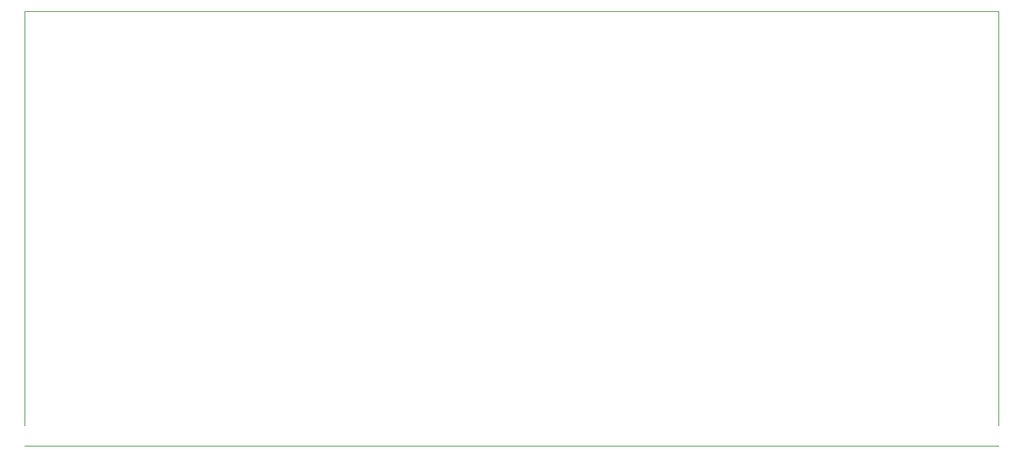
<source format=gbr>
%TF.GenerationSoftware,KiCad,Pcbnew,(5.1.5-0)*%
%TF.CreationDate,2020-04-03T13:37:13+02:00*%
%TF.ProjectId,egc_ads1292,6567635f-6164-4733-9132-39322e6b6963,rev?*%
%TF.SameCoordinates,PX23c3460PY8f0d180*%
%TF.FileFunction,Profile,NP*%
%FSLAX46Y46*%
G04 Gerber Fmt 4.6, Leading zero omitted, Abs format (unit mm)*
G04 Created by KiCad (PCBNEW (5.1.5-0)) date 2020-04-03 13:37:13*
%MOMM*%
%LPD*%
G04 APERTURE LIST*
%ADD10C,0.050000*%
G04 APERTURE END LIST*
D10*
X117500000Y2500000D02*
X117500000Y52500000D01*
X117500000Y52500000D02*
X0Y52500000D01*
X0Y0D02*
X117500000Y0D01*
X0Y52500000D02*
X0Y2500000D01*
M02*

</source>
